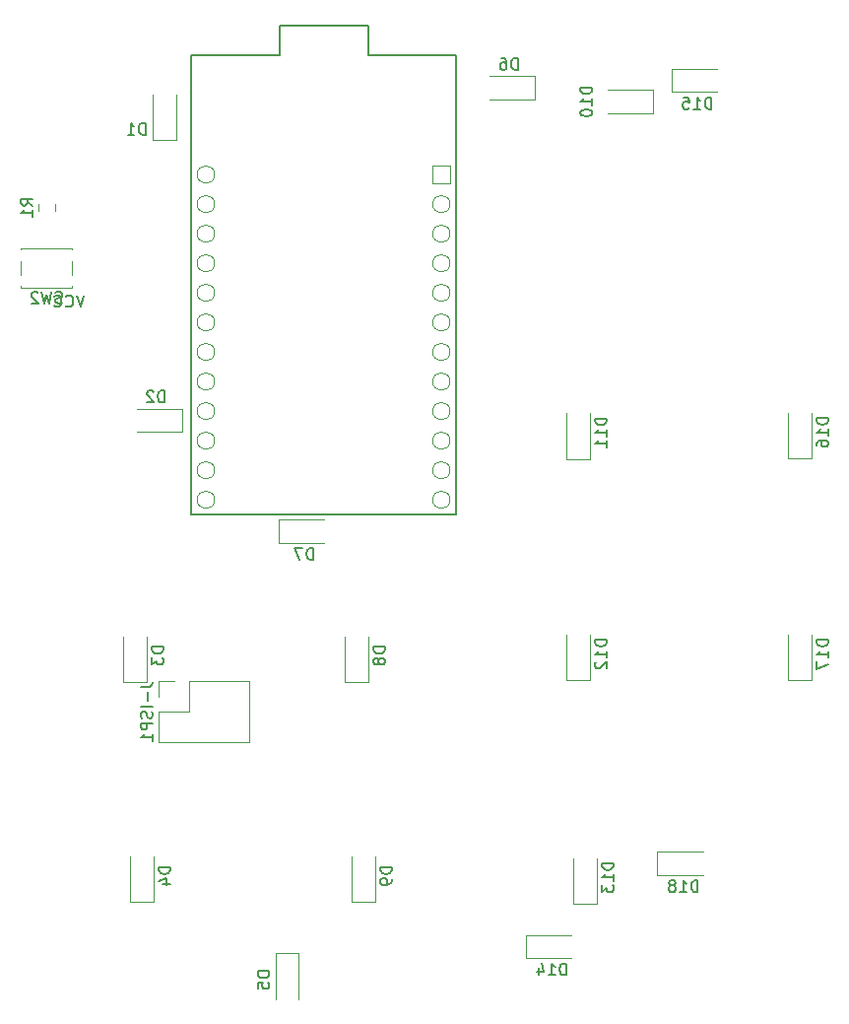
<source format=gbr>
%TF.GenerationSoftware,KiCad,Pcbnew,(5.1.7)-1*%
%TF.CreationDate,2020-12-03T23:54:14-08:00*%
%TF.ProjectId,dropout-miniusb,64726f70-6f75-4742-9d6d-696e69757362,rev?*%
%TF.SameCoordinates,Original*%
%TF.FileFunction,Legend,Bot*%
%TF.FilePolarity,Positive*%
%FSLAX46Y46*%
G04 Gerber Fmt 4.6, Leading zero omitted, Abs format (unit mm)*
G04 Created by KiCad (PCBNEW (5.1.7)-1) date 2020-12-03 23:54:14*
%MOMM*%
%LPD*%
G01*
G04 APERTURE LIST*
%ADD10C,0.200000*%
%ADD11C,0.120000*%
%ADD12C,0.150000*%
%ADD13C,0.100000*%
G04 APERTURE END LIST*
D10*
X100266333Y-71588380D02*
X99933000Y-72588380D01*
X99599666Y-71588380D01*
X98694904Y-72493142D02*
X98742523Y-72540761D01*
X98885380Y-72588380D01*
X98980619Y-72588380D01*
X99123476Y-72540761D01*
X99218714Y-72445523D01*
X99266333Y-72350285D01*
X99313952Y-72159809D01*
X99313952Y-72016952D01*
X99266333Y-71826476D01*
X99218714Y-71731238D01*
X99123476Y-71636000D01*
X98980619Y-71588380D01*
X98885380Y-71588380D01*
X98742523Y-71636000D01*
X98694904Y-71683619D01*
X97694904Y-72493142D02*
X97742523Y-72540761D01*
X97885380Y-72588380D01*
X97980619Y-72588380D01*
X98123476Y-72540761D01*
X98218714Y-72445523D01*
X98266333Y-72350285D01*
X98313952Y-72159809D01*
X98313952Y-72016952D01*
X98266333Y-71826476D01*
X98218714Y-71731238D01*
X98123476Y-71636000D01*
X97980619Y-71588380D01*
X97885380Y-71588380D01*
X97742523Y-71636000D01*
X97694904Y-71683619D01*
D11*
%TO.C,D2*%
X108682931Y-81327772D02*
X108682931Y-83327772D01*
X108682931Y-83327772D02*
X104782931Y-83327772D01*
X108682931Y-81327772D02*
X104782931Y-81327772D01*
%TO.C,D1*%
X108164183Y-58248061D02*
X108164183Y-54348061D01*
X106164183Y-58248061D02*
X106164183Y-54348061D01*
X108164183Y-58248061D02*
X106164183Y-58248061D01*
%TO.C,J-ISP1*%
X114442000Y-104764000D02*
X114442000Y-109964000D01*
X109302000Y-104764000D02*
X114442000Y-104764000D01*
X106702000Y-109964000D02*
X114442000Y-109964000D01*
X109302000Y-104764000D02*
X109302000Y-107364000D01*
X109302000Y-107364000D02*
X106702000Y-107364000D01*
X106702000Y-107364000D02*
X106702000Y-109964000D01*
X108032000Y-104764000D02*
X106702000Y-104764000D01*
X106702000Y-104764000D02*
X106702000Y-106094000D01*
D12*
%TO.C,U1*%
X109466382Y-90424016D02*
X132246382Y-90424016D01*
X109466382Y-50944016D02*
X109466382Y-90424016D01*
X117046382Y-50944016D02*
X109466382Y-50944016D01*
X117046382Y-48404016D02*
X117046382Y-50944016D01*
X124666382Y-48404016D02*
X117046382Y-48404016D01*
X124666382Y-50944016D02*
X124666382Y-48404016D01*
X132246382Y-50944016D02*
X124666382Y-50944016D01*
X132246382Y-50944016D02*
X132246382Y-90424016D01*
D11*
%TO.C,D6*%
X139043894Y-52752748D02*
X135143894Y-52752748D01*
X139043894Y-54752748D02*
X135143894Y-54752748D01*
X139043894Y-52752748D02*
X139043894Y-54752748D01*
%TO.C,SW2*%
X99243862Y-70930886D02*
X94843862Y-70930886D01*
X94843862Y-70930886D02*
X94843862Y-70810886D01*
X94843862Y-69800886D02*
X94843862Y-68660886D01*
X94843862Y-67650886D02*
X94843862Y-67530886D01*
X94843862Y-67530886D02*
X99243862Y-67530886D01*
X99243862Y-67530886D02*
X99243862Y-67650886D01*
X99243862Y-68660886D02*
X99243862Y-69800886D01*
X99243862Y-70810886D02*
X99243862Y-70930886D01*
%TO.C,R1*%
X97753862Y-63777443D02*
X97753862Y-64299947D01*
X96333862Y-63777443D02*
X96333862Y-64299947D01*
%TO.C,D18*%
X149546747Y-121397259D02*
X153446747Y-121397259D01*
X149546747Y-119397259D02*
X153446747Y-119397259D01*
X149546747Y-121397259D02*
X149546747Y-119397259D01*
%TO.C,D17*%
X162781129Y-104651930D02*
X162781129Y-100751930D01*
X160781129Y-104651930D02*
X160781129Y-100751930D01*
X162781129Y-104651930D02*
X160781129Y-104651930D01*
%TO.C,D16*%
X162781129Y-85601914D02*
X162781129Y-81701914D01*
X160781129Y-85601914D02*
X160781129Y-81701914D01*
X162781129Y-85601914D02*
X160781129Y-85601914D01*
%TO.C,D15*%
X150737373Y-54126890D02*
X154637373Y-54126890D01*
X150737373Y-52126890D02*
X154637373Y-52126890D01*
X150737373Y-54126890D02*
X150737373Y-52126890D01*
%TO.C,D14*%
X138235800Y-128541015D02*
X142135800Y-128541015D01*
X138235800Y-126541015D02*
X142135800Y-126541015D01*
X138235800Y-128541015D02*
X138235800Y-126541015D01*
%TO.C,D13*%
X144326426Y-123837885D02*
X144326426Y-119937885D01*
X142326426Y-123837885D02*
X142326426Y-119937885D01*
X144326426Y-123837885D02*
X142326426Y-123837885D01*
%TO.C,D12*%
X143731113Y-104651930D02*
X143731113Y-100751930D01*
X141731113Y-104651930D02*
X141731113Y-100751930D01*
X143731113Y-104651930D02*
X141731113Y-104651930D01*
%TO.C,D11*%
X143731113Y-85632459D02*
X143731113Y-81732459D01*
X141731113Y-85632459D02*
X141731113Y-81732459D01*
X143731113Y-85632459D02*
X141731113Y-85632459D01*
%TO.C,D10*%
X149164215Y-53943374D02*
X145264215Y-53943374D01*
X149164215Y-55943374D02*
X145264215Y-55943374D01*
X149164215Y-53943374D02*
X149164215Y-55943374D01*
%TO.C,D9*%
X125276410Y-123701946D02*
X125276410Y-119801946D01*
X123276410Y-123701946D02*
X123276410Y-119801946D01*
X125276410Y-123701946D02*
X123276410Y-123701946D01*
%TO.C,D8*%
X124681097Y-104787869D02*
X124681097Y-100887869D01*
X122681097Y-104787869D02*
X122681097Y-100887869D01*
X124681097Y-104787869D02*
X122681097Y-104787869D01*
%TO.C,D7*%
X116956382Y-92852780D02*
X120856382Y-92852780D01*
X116956382Y-90852780D02*
X120856382Y-90852780D01*
X116956382Y-92852780D02*
X116956382Y-90852780D01*
%TO.C,D5*%
X116727967Y-128131641D02*
X116727967Y-132031641D01*
X118727967Y-128131641D02*
X118727967Y-132031641D01*
X116727967Y-128131641D02*
X118727967Y-128131641D01*
%TO.C,D4*%
X106226394Y-123701946D02*
X106226394Y-119801946D01*
X104226394Y-123701946D02*
X104226394Y-119801946D01*
X106226394Y-123701946D02*
X104226394Y-123701946D01*
%TO.C,D3*%
X105631081Y-104787869D02*
X105631081Y-100887869D01*
X103631081Y-104787869D02*
X103631081Y-100887869D01*
X105631081Y-104787869D02*
X103631081Y-104787869D01*
%TD*%
D13*
%TO.C,U1*%
X130226382Y-60464016D02*
X130226382Y-61964016D01*
X131726382Y-61964016D01*
X131726382Y-60464016D01*
X130226382Y-60464016D01*
X131726382Y-63754016D02*
G75*
G03*
X131726382Y-63754016I-750000J0D01*
G01*
X131726382Y-66294016D02*
G75*
G03*
X131726382Y-66294016I-750000J0D01*
G01*
X131726382Y-68834016D02*
G75*
G03*
X131726382Y-68834016I-750000J0D01*
G01*
X131726382Y-71374016D02*
G75*
G03*
X131726382Y-71374016I-750000J0D01*
G01*
X131726382Y-73914016D02*
G75*
G03*
X131726382Y-73914016I-750000J0D01*
G01*
X131726382Y-76454016D02*
G75*
G03*
X131726382Y-76454016I-750000J0D01*
G01*
X131726382Y-78994016D02*
G75*
G03*
X131726382Y-78994016I-750000J0D01*
G01*
X131726382Y-81534016D02*
G75*
G03*
X131726382Y-81534016I-750000J0D01*
G01*
X131726382Y-84074016D02*
G75*
G03*
X131726382Y-84074016I-750000J0D01*
G01*
X131726382Y-86614016D02*
G75*
G03*
X131726382Y-86614016I-750000J0D01*
G01*
X131726382Y-89154016D02*
G75*
G03*
X131726382Y-89154016I-750000J0D01*
G01*
X111486382Y-89154016D02*
G75*
G03*
X111486382Y-89154016I-750000J0D01*
G01*
X111486382Y-86614016D02*
G75*
G03*
X111486382Y-86614016I-750000J0D01*
G01*
X111486382Y-84074016D02*
G75*
G03*
X111486382Y-84074016I-750000J0D01*
G01*
X111486382Y-81534016D02*
G75*
G03*
X111486382Y-81534016I-750000J0D01*
G01*
X111486382Y-78994016D02*
G75*
G03*
X111486382Y-78994016I-750000J0D01*
G01*
X111486382Y-76454016D02*
G75*
G03*
X111486382Y-76454016I-750000J0D01*
G01*
X111486382Y-73914016D02*
G75*
G03*
X111486382Y-73914016I-750000J0D01*
G01*
X111486382Y-71374016D02*
G75*
G03*
X111486382Y-71374016I-750000J0D01*
G01*
X111486382Y-68834016D02*
G75*
G03*
X111486382Y-68834016I-750000J0D01*
G01*
X111486382Y-66294016D02*
G75*
G03*
X111486382Y-66294016I-750000J0D01*
G01*
X111486382Y-63754016D02*
G75*
G03*
X111486382Y-63754016I-750000J0D01*
G01*
X111486382Y-61214016D02*
G75*
G03*
X111486382Y-61214016I-750000J0D01*
G01*
%TD*%
%TO.C,D2*%
D12*
X107171026Y-80780152D02*
X107171026Y-79780152D01*
X106932931Y-79780152D01*
X106790073Y-79827772D01*
X106694835Y-79923010D01*
X106647216Y-80018248D01*
X106599597Y-80208724D01*
X106599597Y-80351581D01*
X106647216Y-80542057D01*
X106694835Y-80637295D01*
X106790073Y-80732533D01*
X106932931Y-80780152D01*
X107171026Y-80780152D01*
X106218645Y-79875391D02*
X106171026Y-79827772D01*
X106075788Y-79780152D01*
X105837692Y-79780152D01*
X105742454Y-79827772D01*
X105694835Y-79875391D01*
X105647216Y-79970629D01*
X105647216Y-80065867D01*
X105694835Y-80208724D01*
X106266264Y-80780152D01*
X105647216Y-80780152D01*
%TO.C,D1*%
X105521026Y-57777006D02*
X105521026Y-56777006D01*
X105282931Y-56777006D01*
X105140073Y-56824626D01*
X105044835Y-56919864D01*
X104997216Y-57015102D01*
X104949597Y-57205578D01*
X104949597Y-57348435D01*
X104997216Y-57538911D01*
X105044835Y-57634149D01*
X105140073Y-57729387D01*
X105282931Y-57777006D01*
X105521026Y-57777006D01*
X103997216Y-57777006D02*
X104568645Y-57777006D01*
X104282931Y-57777006D02*
X104282931Y-56777006D01*
X104378169Y-56919864D01*
X104473407Y-57015102D01*
X104568645Y-57062721D01*
%TO.C,J-ISP1*%
X105154380Y-105197333D02*
X105868666Y-105197333D01*
X106011523Y-105149714D01*
X106106761Y-105054476D01*
X106154380Y-104911619D01*
X106154380Y-104816380D01*
X105773428Y-105673523D02*
X105773428Y-106435428D01*
X106154380Y-106911619D02*
X105154380Y-106911619D01*
X106106761Y-107340190D02*
X106154380Y-107483047D01*
X106154380Y-107721142D01*
X106106761Y-107816380D01*
X106059142Y-107864000D01*
X105963904Y-107911619D01*
X105868666Y-107911619D01*
X105773428Y-107864000D01*
X105725809Y-107816380D01*
X105678190Y-107721142D01*
X105630571Y-107530666D01*
X105582952Y-107435428D01*
X105535333Y-107387809D01*
X105440095Y-107340190D01*
X105344857Y-107340190D01*
X105249619Y-107387809D01*
X105202000Y-107435428D01*
X105154380Y-107530666D01*
X105154380Y-107768761D01*
X105202000Y-107911619D01*
X106154380Y-108340190D02*
X105154380Y-108340190D01*
X105154380Y-108721142D01*
X105202000Y-108816380D01*
X105249619Y-108864000D01*
X105344857Y-108911619D01*
X105487714Y-108911619D01*
X105582952Y-108864000D01*
X105630571Y-108816380D01*
X105678190Y-108721142D01*
X105678190Y-108340190D01*
X106154380Y-109864000D02*
X106154380Y-109292571D01*
X106154380Y-109578285D02*
X105154380Y-109578285D01*
X105297238Y-109483047D01*
X105392476Y-109387809D01*
X105440095Y-109292571D01*
%TO.C,D6*%
X137531989Y-52205128D02*
X137531989Y-51205128D01*
X137293894Y-51205128D01*
X137151036Y-51252748D01*
X137055798Y-51347986D01*
X137008179Y-51443224D01*
X136960560Y-51633700D01*
X136960560Y-51776557D01*
X137008179Y-51967033D01*
X137055798Y-52062271D01*
X137151036Y-52157509D01*
X137293894Y-52205128D01*
X137531989Y-52205128D01*
X136103417Y-51205128D02*
X136293894Y-51205128D01*
X136389132Y-51252748D01*
X136436751Y-51300367D01*
X136531989Y-51443224D01*
X136579608Y-51633700D01*
X136579608Y-52014652D01*
X136531989Y-52109890D01*
X136484370Y-52157509D01*
X136389132Y-52205128D01*
X136198655Y-52205128D01*
X136103417Y-52157509D01*
X136055798Y-52109890D01*
X136008179Y-52014652D01*
X136008179Y-51776557D01*
X136055798Y-51681319D01*
X136103417Y-51633700D01*
X136198655Y-51586081D01*
X136389132Y-51586081D01*
X136484370Y-51633700D01*
X136531989Y-51681319D01*
X136579608Y-51776557D01*
%TO.C,SW2*%
X98377195Y-72235647D02*
X98234338Y-72283266D01*
X97996242Y-72283266D01*
X97901004Y-72235647D01*
X97853385Y-72188028D01*
X97805766Y-72092790D01*
X97805766Y-71997552D01*
X97853385Y-71902314D01*
X97901004Y-71854695D01*
X97996242Y-71807076D01*
X98186719Y-71759457D01*
X98281957Y-71711838D01*
X98329576Y-71664219D01*
X98377195Y-71568981D01*
X98377195Y-71473743D01*
X98329576Y-71378505D01*
X98281957Y-71330886D01*
X98186719Y-71283266D01*
X97948623Y-71283266D01*
X97805766Y-71330886D01*
X97472433Y-71283266D02*
X97234338Y-72283266D01*
X97043862Y-71568981D01*
X96853385Y-72283266D01*
X96615290Y-71283266D01*
X96281957Y-71378505D02*
X96234338Y-71330886D01*
X96139100Y-71283266D01*
X95901004Y-71283266D01*
X95805766Y-71330886D01*
X95758147Y-71378505D01*
X95710528Y-71473743D01*
X95710528Y-71568981D01*
X95758147Y-71711838D01*
X96329576Y-72283266D01*
X95710528Y-72283266D01*
%TO.C,R1*%
X95846242Y-63872028D02*
X95370052Y-63538695D01*
X95846242Y-63300599D02*
X94846242Y-63300599D01*
X94846242Y-63681552D01*
X94893862Y-63776790D01*
X94941481Y-63824409D01*
X95036719Y-63872028D01*
X95179576Y-63872028D01*
X95274814Y-63824409D01*
X95322433Y-63776790D01*
X95370052Y-63681552D01*
X95370052Y-63300599D01*
X95846242Y-64824409D02*
X95846242Y-64252980D01*
X95846242Y-64538695D02*
X94846242Y-64538695D01*
X94989100Y-64443456D01*
X95084338Y-64348218D01*
X95131957Y-64252980D01*
%TO.C,D18*%
X153011032Y-122849639D02*
X153011032Y-121849639D01*
X152772937Y-121849639D01*
X152630080Y-121897259D01*
X152534842Y-121992497D01*
X152487223Y-122087735D01*
X152439604Y-122278211D01*
X152439604Y-122421068D01*
X152487223Y-122611544D01*
X152534842Y-122706782D01*
X152630080Y-122802020D01*
X152772937Y-122849639D01*
X153011032Y-122849639D01*
X151487223Y-122849639D02*
X152058651Y-122849639D01*
X151772937Y-122849639D02*
X151772937Y-121849639D01*
X151868175Y-121992497D01*
X151963413Y-122087735D01*
X152058651Y-122135354D01*
X150915794Y-122278211D02*
X151011032Y-122230592D01*
X151058651Y-122182973D01*
X151106270Y-122087735D01*
X151106270Y-122040116D01*
X151058651Y-121944878D01*
X151011032Y-121897259D01*
X150915794Y-121849639D01*
X150725318Y-121849639D01*
X150630080Y-121897259D01*
X150582461Y-121944878D01*
X150534842Y-122040116D01*
X150534842Y-122087735D01*
X150582461Y-122182973D01*
X150630080Y-122230592D01*
X150725318Y-122278211D01*
X150915794Y-122278211D01*
X151011032Y-122325830D01*
X151058651Y-122373449D01*
X151106270Y-122468687D01*
X151106270Y-122659163D01*
X151058651Y-122754401D01*
X151011032Y-122802020D01*
X150915794Y-122849639D01*
X150725318Y-122849639D01*
X150630080Y-122802020D01*
X150582461Y-122754401D01*
X150534842Y-122659163D01*
X150534842Y-122468687D01*
X150582461Y-122373449D01*
X150630080Y-122325830D01*
X150725318Y-122278211D01*
%TO.C,D17*%
X164233509Y-101187644D02*
X163233509Y-101187644D01*
X163233509Y-101425739D01*
X163281129Y-101568596D01*
X163376367Y-101663834D01*
X163471605Y-101711453D01*
X163662081Y-101759072D01*
X163804938Y-101759072D01*
X163995414Y-101711453D01*
X164090652Y-101663834D01*
X164185890Y-101568596D01*
X164233509Y-101425739D01*
X164233509Y-101187644D01*
X164233509Y-102711453D02*
X164233509Y-102140025D01*
X164233509Y-102425739D02*
X163233509Y-102425739D01*
X163376367Y-102330501D01*
X163471605Y-102235263D01*
X163519224Y-102140025D01*
X163233509Y-103044787D02*
X163233509Y-103711453D01*
X164233509Y-103282882D01*
%TO.C,D16*%
X164233509Y-82137628D02*
X163233509Y-82137628D01*
X163233509Y-82375723D01*
X163281129Y-82518580D01*
X163376367Y-82613818D01*
X163471605Y-82661437D01*
X163662081Y-82709056D01*
X163804938Y-82709056D01*
X163995414Y-82661437D01*
X164090652Y-82613818D01*
X164185890Y-82518580D01*
X164233509Y-82375723D01*
X164233509Y-82137628D01*
X164233509Y-83661437D02*
X164233509Y-83090009D01*
X164233509Y-83375723D02*
X163233509Y-83375723D01*
X163376367Y-83280485D01*
X163471605Y-83185247D01*
X163519224Y-83090009D01*
X163233509Y-84518580D02*
X163233509Y-84328104D01*
X163281129Y-84232866D01*
X163328748Y-84185247D01*
X163471605Y-84090009D01*
X163662081Y-84042390D01*
X164043033Y-84042390D01*
X164138271Y-84090009D01*
X164185890Y-84137628D01*
X164233509Y-84232866D01*
X164233509Y-84423342D01*
X164185890Y-84518580D01*
X164138271Y-84566199D01*
X164043033Y-84613818D01*
X163804938Y-84613818D01*
X163709700Y-84566199D01*
X163662081Y-84518580D01*
X163614462Y-84423342D01*
X163614462Y-84232866D01*
X163662081Y-84137628D01*
X163709700Y-84090009D01*
X163804938Y-84042390D01*
%TO.C,D15*%
X154201658Y-55579270D02*
X154201658Y-54579270D01*
X153963563Y-54579270D01*
X153820706Y-54626890D01*
X153725468Y-54722128D01*
X153677849Y-54817366D01*
X153630230Y-55007842D01*
X153630230Y-55150699D01*
X153677849Y-55341175D01*
X153725468Y-55436413D01*
X153820706Y-55531651D01*
X153963563Y-55579270D01*
X154201658Y-55579270D01*
X152677849Y-55579270D02*
X153249277Y-55579270D01*
X152963563Y-55579270D02*
X152963563Y-54579270D01*
X153058801Y-54722128D01*
X153154039Y-54817366D01*
X153249277Y-54864985D01*
X151773087Y-54579270D02*
X152249277Y-54579270D01*
X152296896Y-55055461D01*
X152249277Y-55007842D01*
X152154039Y-54960223D01*
X151915944Y-54960223D01*
X151820706Y-55007842D01*
X151773087Y-55055461D01*
X151725468Y-55150699D01*
X151725468Y-55388794D01*
X151773087Y-55484032D01*
X151820706Y-55531651D01*
X151915944Y-55579270D01*
X152154039Y-55579270D01*
X152249277Y-55531651D01*
X152296896Y-55484032D01*
%TO.C,D14*%
X141700085Y-129993395D02*
X141700085Y-128993395D01*
X141461990Y-128993395D01*
X141319133Y-129041015D01*
X141223895Y-129136253D01*
X141176276Y-129231491D01*
X141128657Y-129421967D01*
X141128657Y-129564824D01*
X141176276Y-129755300D01*
X141223895Y-129850538D01*
X141319133Y-129945776D01*
X141461990Y-129993395D01*
X141700085Y-129993395D01*
X140176276Y-129993395D02*
X140747704Y-129993395D01*
X140461990Y-129993395D02*
X140461990Y-128993395D01*
X140557228Y-129136253D01*
X140652466Y-129231491D01*
X140747704Y-129279110D01*
X139319133Y-129326729D02*
X139319133Y-129993395D01*
X139557228Y-128945776D02*
X139795323Y-129660062D01*
X139176276Y-129660062D01*
%TO.C,D13*%
X145778806Y-120373599D02*
X144778806Y-120373599D01*
X144778806Y-120611694D01*
X144826426Y-120754551D01*
X144921664Y-120849789D01*
X145016902Y-120897408D01*
X145207378Y-120945027D01*
X145350235Y-120945027D01*
X145540711Y-120897408D01*
X145635949Y-120849789D01*
X145731187Y-120754551D01*
X145778806Y-120611694D01*
X145778806Y-120373599D01*
X145778806Y-121897408D02*
X145778806Y-121325980D01*
X145778806Y-121611694D02*
X144778806Y-121611694D01*
X144921664Y-121516456D01*
X145016902Y-121421218D01*
X145064521Y-121325980D01*
X144778806Y-122230742D02*
X144778806Y-122849789D01*
X145159759Y-122516456D01*
X145159759Y-122659313D01*
X145207378Y-122754551D01*
X145254997Y-122802170D01*
X145350235Y-122849789D01*
X145588330Y-122849789D01*
X145683568Y-122802170D01*
X145731187Y-122754551D01*
X145778806Y-122659313D01*
X145778806Y-122373599D01*
X145731187Y-122278361D01*
X145683568Y-122230742D01*
%TO.C,D12*%
X145183493Y-101187644D02*
X144183493Y-101187644D01*
X144183493Y-101425739D01*
X144231113Y-101568596D01*
X144326351Y-101663834D01*
X144421589Y-101711453D01*
X144612065Y-101759072D01*
X144754922Y-101759072D01*
X144945398Y-101711453D01*
X145040636Y-101663834D01*
X145135874Y-101568596D01*
X145183493Y-101425739D01*
X145183493Y-101187644D01*
X145183493Y-102711453D02*
X145183493Y-102140025D01*
X145183493Y-102425739D02*
X144183493Y-102425739D01*
X144326351Y-102330501D01*
X144421589Y-102235263D01*
X144469208Y-102140025D01*
X144278732Y-103092406D02*
X144231113Y-103140025D01*
X144183493Y-103235263D01*
X144183493Y-103473358D01*
X144231113Y-103568596D01*
X144278732Y-103616215D01*
X144373970Y-103663834D01*
X144469208Y-103663834D01*
X144612065Y-103616215D01*
X145183493Y-103044787D01*
X145183493Y-103663834D01*
%TO.C,D11*%
X145183493Y-82168173D02*
X144183493Y-82168173D01*
X144183493Y-82406268D01*
X144231113Y-82549125D01*
X144326351Y-82644363D01*
X144421589Y-82691982D01*
X144612065Y-82739601D01*
X144754922Y-82739601D01*
X144945398Y-82691982D01*
X145040636Y-82644363D01*
X145135874Y-82549125D01*
X145183493Y-82406268D01*
X145183493Y-82168173D01*
X145183493Y-83691982D02*
X145183493Y-83120554D01*
X145183493Y-83406268D02*
X144183493Y-83406268D01*
X144326351Y-83311030D01*
X144421589Y-83215792D01*
X144469208Y-83120554D01*
X145183493Y-84644363D02*
X145183493Y-84072935D01*
X145183493Y-84358649D02*
X144183493Y-84358649D01*
X144326351Y-84263411D01*
X144421589Y-84168173D01*
X144469208Y-84072935D01*
%TO.C,D10*%
X143930656Y-53729088D02*
X142930656Y-53729088D01*
X142930656Y-53967183D01*
X142978276Y-54110040D01*
X143073514Y-54205278D01*
X143168752Y-54252897D01*
X143359228Y-54300516D01*
X143502085Y-54300516D01*
X143692561Y-54252897D01*
X143787799Y-54205278D01*
X143883037Y-54110040D01*
X143930656Y-53967183D01*
X143930656Y-53729088D01*
X143930656Y-55252897D02*
X143930656Y-54681469D01*
X143930656Y-54967183D02*
X142930656Y-54967183D01*
X143073514Y-54871945D01*
X143168752Y-54776707D01*
X143216371Y-54681469D01*
X142930656Y-55871945D02*
X142930656Y-55967183D01*
X142978276Y-56062421D01*
X143025895Y-56110040D01*
X143121133Y-56157659D01*
X143311609Y-56205278D01*
X143549704Y-56205278D01*
X143740180Y-56157659D01*
X143835418Y-56110040D01*
X143883037Y-56062421D01*
X143930656Y-55967183D01*
X143930656Y-55871945D01*
X143883037Y-55776707D01*
X143835418Y-55729088D01*
X143740180Y-55681469D01*
X143549704Y-55633850D01*
X143311609Y-55633850D01*
X143121133Y-55681469D01*
X143025895Y-55729088D01*
X142978276Y-55776707D01*
X142930656Y-55871945D01*
%TO.C,D9*%
X126728790Y-120713850D02*
X125728790Y-120713850D01*
X125728790Y-120951946D01*
X125776410Y-121094803D01*
X125871648Y-121190041D01*
X125966886Y-121237660D01*
X126157362Y-121285279D01*
X126300219Y-121285279D01*
X126490695Y-121237660D01*
X126585933Y-121190041D01*
X126681171Y-121094803D01*
X126728790Y-120951946D01*
X126728790Y-120713850D01*
X126728790Y-121761469D02*
X126728790Y-121951946D01*
X126681171Y-122047184D01*
X126633552Y-122094803D01*
X126490695Y-122190041D01*
X126300219Y-122237660D01*
X125919267Y-122237660D01*
X125824029Y-122190041D01*
X125776410Y-122142422D01*
X125728790Y-122047184D01*
X125728790Y-121856707D01*
X125776410Y-121761469D01*
X125824029Y-121713850D01*
X125919267Y-121666231D01*
X126157362Y-121666231D01*
X126252600Y-121713850D01*
X126300219Y-121761469D01*
X126347838Y-121856707D01*
X126347838Y-122047184D01*
X126300219Y-122142422D01*
X126252600Y-122190041D01*
X126157362Y-122237660D01*
%TO.C,D8*%
X126133477Y-101799773D02*
X125133477Y-101799773D01*
X125133477Y-102037869D01*
X125181097Y-102180726D01*
X125276335Y-102275964D01*
X125371573Y-102323583D01*
X125562049Y-102371202D01*
X125704906Y-102371202D01*
X125895382Y-102323583D01*
X125990620Y-102275964D01*
X126085858Y-102180726D01*
X126133477Y-102037869D01*
X126133477Y-101799773D01*
X125562049Y-102942630D02*
X125514430Y-102847392D01*
X125466811Y-102799773D01*
X125371573Y-102752154D01*
X125323954Y-102752154D01*
X125228716Y-102799773D01*
X125181097Y-102847392D01*
X125133477Y-102942630D01*
X125133477Y-103133107D01*
X125181097Y-103228345D01*
X125228716Y-103275964D01*
X125323954Y-103323583D01*
X125371573Y-103323583D01*
X125466811Y-103275964D01*
X125514430Y-103228345D01*
X125562049Y-103133107D01*
X125562049Y-102942630D01*
X125609668Y-102847392D01*
X125657287Y-102799773D01*
X125752525Y-102752154D01*
X125943001Y-102752154D01*
X126038239Y-102799773D01*
X126085858Y-102847392D01*
X126133477Y-102942630D01*
X126133477Y-103133107D01*
X126085858Y-103228345D01*
X126038239Y-103275964D01*
X125943001Y-103323583D01*
X125752525Y-103323583D01*
X125657287Y-103275964D01*
X125609668Y-103228345D01*
X125562049Y-103133107D01*
%TO.C,D7*%
X119944477Y-94305160D02*
X119944477Y-93305160D01*
X119706382Y-93305160D01*
X119563524Y-93352780D01*
X119468286Y-93448018D01*
X119420667Y-93543256D01*
X119373048Y-93733732D01*
X119373048Y-93876589D01*
X119420667Y-94067065D01*
X119468286Y-94162303D01*
X119563524Y-94257541D01*
X119706382Y-94305160D01*
X119944477Y-94305160D01*
X119039715Y-93305160D02*
X118373048Y-93305160D01*
X118801620Y-94305160D01*
%TO.C,D5*%
X116180347Y-129643545D02*
X115180347Y-129643545D01*
X115180347Y-129881641D01*
X115227967Y-130024498D01*
X115323205Y-130119736D01*
X115418443Y-130167355D01*
X115608919Y-130214974D01*
X115751776Y-130214974D01*
X115942252Y-130167355D01*
X116037490Y-130119736D01*
X116132728Y-130024498D01*
X116180347Y-129881641D01*
X116180347Y-129643545D01*
X115180347Y-131119736D02*
X115180347Y-130643545D01*
X115656538Y-130595926D01*
X115608919Y-130643545D01*
X115561300Y-130738783D01*
X115561300Y-130976879D01*
X115608919Y-131072117D01*
X115656538Y-131119736D01*
X115751776Y-131167355D01*
X115989871Y-131167355D01*
X116085109Y-131119736D01*
X116132728Y-131072117D01*
X116180347Y-130976879D01*
X116180347Y-130738783D01*
X116132728Y-130643545D01*
X116085109Y-130595926D01*
%TO.C,D4*%
X107678774Y-120713850D02*
X106678774Y-120713850D01*
X106678774Y-120951946D01*
X106726394Y-121094803D01*
X106821632Y-121190041D01*
X106916870Y-121237660D01*
X107107346Y-121285279D01*
X107250203Y-121285279D01*
X107440679Y-121237660D01*
X107535917Y-121190041D01*
X107631155Y-121094803D01*
X107678774Y-120951946D01*
X107678774Y-120713850D01*
X107012108Y-122142422D02*
X107678774Y-122142422D01*
X106631155Y-121904326D02*
X107345441Y-121666231D01*
X107345441Y-122285279D01*
%TO.C,D3*%
X107083461Y-101799773D02*
X106083461Y-101799773D01*
X106083461Y-102037869D01*
X106131081Y-102180726D01*
X106226319Y-102275964D01*
X106321557Y-102323583D01*
X106512033Y-102371202D01*
X106654890Y-102371202D01*
X106845366Y-102323583D01*
X106940604Y-102275964D01*
X107035842Y-102180726D01*
X107083461Y-102037869D01*
X107083461Y-101799773D01*
X106083461Y-102704535D02*
X106083461Y-103323583D01*
X106464414Y-102990249D01*
X106464414Y-103133107D01*
X106512033Y-103228345D01*
X106559652Y-103275964D01*
X106654890Y-103323583D01*
X106892985Y-103323583D01*
X106988223Y-103275964D01*
X107035842Y-103228345D01*
X107083461Y-103133107D01*
X107083461Y-102847392D01*
X107035842Y-102752154D01*
X106988223Y-102704535D01*
%TD*%
M02*

</source>
